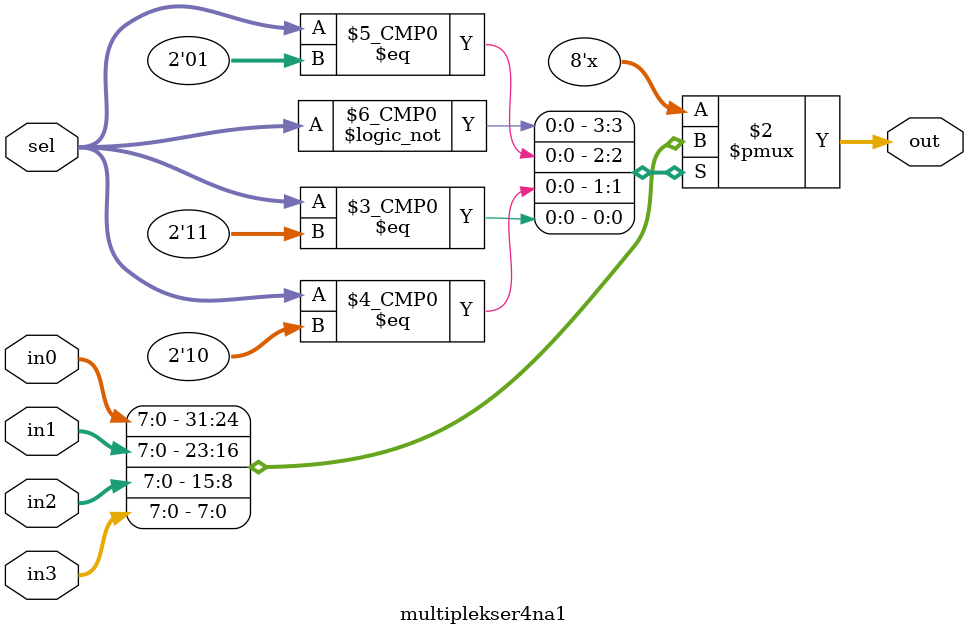
<source format=v>
module multiplekser4na1(
input [7:0] in0,
input [7:0] in1,
input [7:0] in2,
input [7:0] in3,
input [1:0] sel,
output reg [7:0] out
);

always @(*) 
begin
	case(sel)
		2'b00: out <= in0;
		2'b01: out <= in1;
		2'b10: out <= in2;
		2'b11: out <= in3;
		default: out <= in2;
	endcase
end

endmodule
</source>
